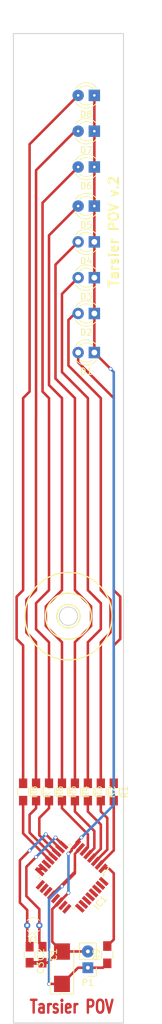
<source format=kicad_pcb>
(kicad_pcb (version 4) (host pcbnew 4.0.4-stable)

  (general
    (links 38)
    (no_connects 0)
    (area 88.804679 39.040999 106.145401 193.750001)
    (thickness 1.6)
    (drawings 13)
    (tracks 197)
    (zones 0)
    (modules 23)
    (nets 22)
  )

  (page A4)
  (layers
    (0 F.Cu signal)
    (31 B.Cu signal)
    (32 B.Adhes user)
    (33 F.Adhes user)
    (34 B.Paste user)
    (35 F.Paste user)
    (36 B.SilkS user)
    (37 F.SilkS user)
    (38 B.Mask user)
    (39 F.Mask user)
    (40 Dwgs.User user)
    (41 Cmts.User user)
    (42 Eco1.User user)
    (43 Eco2.User user)
    (44 Edge.Cuts user)
    (45 Margin user)
    (46 B.CrtYd user)
    (47 F.CrtYd user)
    (48 B.Fab user)
    (49 F.Fab user)
  )

  (setup
    (last_trace_width 0.25)
    (user_trace_width 0.4)
    (user_trace_width 0.6)
    (user_trace_width 0.8)
    (trace_clearance 0.2)
    (zone_clearance 0.508)
    (zone_45_only no)
    (trace_min 0.2)
    (segment_width 0.2)
    (edge_width 0.15)
    (via_size 0.6)
    (via_drill 0.4)
    (via_min_size 0.4)
    (via_min_drill 0.3)
    (user_via 1.4 0.4)
    (uvia_size 0.3)
    (uvia_drill 0.1)
    (uvias_allowed no)
    (uvia_min_size 0.2)
    (uvia_min_drill 0.1)
    (pcb_text_width 0.3)
    (pcb_text_size 1.5 1.5)
    (mod_edge_width 0.15)
    (mod_text_size 1 1)
    (mod_text_width 0.15)
    (pad_size 1.9 1.9)
    (pad_drill 0.6)
    (pad_to_mask_clearance 0.2)
    (aux_axis_origin 0 0)
    (visible_elements 7FFFFFFF)
    (pcbplotparams
      (layerselection 0x00030_80000001)
      (usegerberextensions false)
      (excludeedgelayer true)
      (linewidth 0.100000)
      (plotframeref false)
      (viasonmask false)
      (mode 1)
      (useauxorigin false)
      (hpglpennumber 1)
      (hpglpenspeed 20)
      (hpglpendiameter 15)
      (hpglpenoverlay 2)
      (psnegative false)
      (psa4output false)
      (plotreference true)
      (plotvalue true)
      (plotinvisibletext false)
      (padsonsilk false)
      (subtractmaskfromsilk false)
      (outputformat 1)
      (mirror false)
      (drillshape 1)
      (scaleselection 1)
      (outputdirectory ""))
  )

  (net 0 "")
  (net 1 "Net-(C1-Pad1)")
  (net 2 GND)
  (net 3 "Net-(C2-Pad1)")
  (net 4 VCC)
  (net 5 /D0)
  (net 6 /D1)
  (net 7 /D2)
  (net 8 /D3)
  (net 9 /D4)
  (net 10 /D5)
  (net 11 /D6)
  (net 12 /D7)
  (net 13 "Net-(D5-Pad2)")
  (net 14 "Net-(D6-Pad2)")
  (net 15 "Net-(D7-Pad2)")
  (net 16 "Net-(D8-Pad2)")
  (net 17 "Net-(IC1-Pad1)")
  (net 18 "Net-(D1-Pad2)")
  (net 19 "Net-(D2-Pad2)")
  (net 20 "Net-(D3-Pad2)")
  (net 21 "Net-(D4-Pad2)")

  (net_class Default "This is the default net class."
    (clearance 0.2)
    (trace_width 0.25)
    (via_dia 0.6)
    (via_drill 0.4)
    (uvia_dia 0.3)
    (uvia_drill 0.1)
    (add_net /D0)
    (add_net /D1)
    (add_net /D2)
    (add_net /D3)
    (add_net /D4)
    (add_net /D5)
    (add_net /D6)
    (add_net /D7)
    (add_net GND)
    (add_net "Net-(C1-Pad1)")
    (add_net "Net-(C2-Pad1)")
    (add_net "Net-(D1-Pad2)")
    (add_net "Net-(D2-Pad2)")
    (add_net "Net-(D3-Pad2)")
    (add_net "Net-(D4-Pad2)")
    (add_net "Net-(D5-Pad2)")
    (add_net "Net-(D6-Pad2)")
    (add_net "Net-(D7-Pad2)")
    (add_net "Net-(D8-Pad2)")
    (add_net "Net-(IC1-Pad1)")
    (add_net VCC)
  )

  (module LEDs:LED_D3.0mm (layer F.Cu) (tedit 587A3A7B) (tstamp 5A609E42)
    (at 101.6 66.04 180)
    (descr "LED, diameter 3.0mm, 2 pins")
    (tags "LED diameter 3.0mm 2 pins")
    (path /5A60B694)
    (fp_text reference D5 (at 1.27 -2.96 180) (layer F.SilkS)
      (effects (font (size 1 1) (thickness 0.15)))
    )
    (fp_text value LED (at 1.27 2.96 180) (layer F.Fab)
      (effects (font (size 1 1) (thickness 0.15)))
    )
    (fp_arc (start 1.27 0) (end -0.23 -1.16619) (angle 284.3) (layer F.Fab) (width 0.1))
    (fp_arc (start 1.27 0) (end -0.29 -1.235516) (angle 108.8) (layer F.SilkS) (width 0.12))
    (fp_arc (start 1.27 0) (end -0.29 1.235516) (angle -108.8) (layer F.SilkS) (width 0.12))
    (fp_arc (start 1.27 0) (end 0.229039 -1.08) (angle 87.9) (layer F.SilkS) (width 0.12))
    (fp_arc (start 1.27 0) (end 0.229039 1.08) (angle -87.9) (layer F.SilkS) (width 0.12))
    (fp_circle (center 1.27 0) (end 2.77 0) (layer F.Fab) (width 0.1))
    (fp_line (start -0.23 -1.16619) (end -0.23 1.16619) (layer F.Fab) (width 0.1))
    (fp_line (start -0.29 -1.236) (end -0.29 -1.08) (layer F.SilkS) (width 0.12))
    (fp_line (start -0.29 1.08) (end -0.29 1.236) (layer F.SilkS) (width 0.12))
    (fp_line (start -1.15 -2.25) (end -1.15 2.25) (layer F.CrtYd) (width 0.05))
    (fp_line (start -1.15 2.25) (end 3.7 2.25) (layer F.CrtYd) (width 0.05))
    (fp_line (start 3.7 2.25) (end 3.7 -2.25) (layer F.CrtYd) (width 0.05))
    (fp_line (start 3.7 -2.25) (end -1.15 -2.25) (layer F.CrtYd) (width 0.05))
    (pad 1 thru_hole rect (at 0 0 180) (size 1.8 1.8) (drill 0.4) (layers *.Cu *.Mask)
      (net 2 GND))
    (pad 2 thru_hole circle (at 2.54 0 180) (size 1.8 1.8) (drill 0.4) (layers *.Cu *.Mask)
      (net 13 "Net-(D5-Pad2)"))
    (model ${KISYS3DMOD}/LEDs.3dshapes/LED_D3.0mm.wrl
      (at (xyz 0 0 0))
      (scale (xyz 0.393701 0.393701 0.393701))
      (rotate (xyz 0 0 0))
    )
  )

  (module LEDs:LED_D3.0mm (layer F.Cu) (tedit 587A3A7B) (tstamp 5A609E55)
    (at 101.6 59.944 180)
    (descr "LED, diameter 3.0mm, 2 pins")
    (tags "LED diameter 3.0mm 2 pins")
    (path /5A60BC8B)
    (fp_text reference D6 (at 1.27 -2.96 180) (layer F.SilkS)
      (effects (font (size 1 1) (thickness 0.15)))
    )
    (fp_text value LED (at 1.27 2.96 180) (layer F.Fab)
      (effects (font (size 1 1) (thickness 0.15)))
    )
    (fp_arc (start 1.27 0) (end -0.23 -1.16619) (angle 284.3) (layer F.Fab) (width 0.1))
    (fp_arc (start 1.27 0) (end -0.29 -1.235516) (angle 108.8) (layer F.SilkS) (width 0.12))
    (fp_arc (start 1.27 0) (end -0.29 1.235516) (angle -108.8) (layer F.SilkS) (width 0.12))
    (fp_arc (start 1.27 0) (end 0.229039 -1.08) (angle 87.9) (layer F.SilkS) (width 0.12))
    (fp_arc (start 1.27 0) (end 0.229039 1.08) (angle -87.9) (layer F.SilkS) (width 0.12))
    (fp_circle (center 1.27 0) (end 2.77 0) (layer F.Fab) (width 0.1))
    (fp_line (start -0.23 -1.16619) (end -0.23 1.16619) (layer F.Fab) (width 0.1))
    (fp_line (start -0.29 -1.236) (end -0.29 -1.08) (layer F.SilkS) (width 0.12))
    (fp_line (start -0.29 1.08) (end -0.29 1.236) (layer F.SilkS) (width 0.12))
    (fp_line (start -1.15 -2.25) (end -1.15 2.25) (layer F.CrtYd) (width 0.05))
    (fp_line (start -1.15 2.25) (end 3.7 2.25) (layer F.CrtYd) (width 0.05))
    (fp_line (start 3.7 2.25) (end 3.7 -2.25) (layer F.CrtYd) (width 0.05))
    (fp_line (start 3.7 -2.25) (end -1.15 -2.25) (layer F.CrtYd) (width 0.05))
    (pad 1 thru_hole rect (at 0 0 180) (size 1.8 1.8) (drill 0.4) (layers *.Cu *.Mask)
      (net 2 GND))
    (pad 2 thru_hole circle (at 2.54 0 180) (size 1.8 1.8) (drill 0.4) (layers *.Cu *.Mask)
      (net 14 "Net-(D6-Pad2)"))
    (model ${KISYS3DMOD}/LEDs.3dshapes/LED_D3.0mm.wrl
      (at (xyz 0 0 0))
      (scale (xyz 0.393701 0.393701 0.393701))
      (rotate (xyz 0 0 0))
    )
  )

  (module LEDs:LED_D3.0mm (layer F.Cu) (tedit 587A3A7B) (tstamp 5A609E68)
    (at 101.6 54.356 180)
    (descr "LED, diameter 3.0mm, 2 pins")
    (tags "LED diameter 3.0mm 2 pins")
    (path /5A60BD2B)
    (fp_text reference D7 (at 1.27 -2.96 180) (layer F.SilkS)
      (effects (font (size 1 1) (thickness 0.15)))
    )
    (fp_text value LED (at 1.27 2.96 180) (layer F.Fab)
      (effects (font (size 1 1) (thickness 0.15)))
    )
    (fp_arc (start 1.27 0) (end -0.23 -1.16619) (angle 284.3) (layer F.Fab) (width 0.1))
    (fp_arc (start 1.27 0) (end -0.29 -1.235516) (angle 108.8) (layer F.SilkS) (width 0.12))
    (fp_arc (start 1.27 0) (end -0.29 1.235516) (angle -108.8) (layer F.SilkS) (width 0.12))
    (fp_arc (start 1.27 0) (end 0.229039 -1.08) (angle 87.9) (layer F.SilkS) (width 0.12))
    (fp_arc (start 1.27 0) (end 0.229039 1.08) (angle -87.9) (layer F.SilkS) (width 0.12))
    (fp_circle (center 1.27 0) (end 2.77 0) (layer F.Fab) (width 0.1))
    (fp_line (start -0.23 -1.16619) (end -0.23 1.16619) (layer F.Fab) (width 0.1))
    (fp_line (start -0.29 -1.236) (end -0.29 -1.08) (layer F.SilkS) (width 0.12))
    (fp_line (start -0.29 1.08) (end -0.29 1.236) (layer F.SilkS) (width 0.12))
    (fp_line (start -1.15 -2.25) (end -1.15 2.25) (layer F.CrtYd) (width 0.05))
    (fp_line (start -1.15 2.25) (end 3.7 2.25) (layer F.CrtYd) (width 0.05))
    (fp_line (start 3.7 2.25) (end 3.7 -2.25) (layer F.CrtYd) (width 0.05))
    (fp_line (start 3.7 -2.25) (end -1.15 -2.25) (layer F.CrtYd) (width 0.05))
    (pad 1 thru_hole rect (at 0 0 180) (size 1.8 1.8) (drill 0.4) (layers *.Cu *.Mask)
      (net 2 GND))
    (pad 2 thru_hole circle (at 2.54 0 180) (size 1.8 1.8) (drill 0.4) (layers *.Cu *.Mask)
      (net 15 "Net-(D7-Pad2)"))
    (model ${KISYS3DMOD}/LEDs.3dshapes/LED_D3.0mm.wrl
      (at (xyz 0 0 0))
      (scale (xyz 0.393701 0.393701 0.393701))
      (rotate (xyz 0 0 0))
    )
  )

  (module LEDs:LED_D3.0mm (layer F.Cu) (tedit 5A6193A9) (tstamp 5A609E7B)
    (at 101.6 48.768 180)
    (descr "LED, diameter 3.0mm, 2 pins")
    (tags "LED diameter 3.0mm 2 pins")
    (path /5A60BF4B)
    (fp_text reference D8 (at 1.27 -2.96 180) (layer F.SilkS)
      (effects (font (size 1 1) (thickness 0.15)))
    )
    (fp_text value LED (at 1.27 2.96 180) (layer F.Fab)
      (effects (font (size 1 1) (thickness 0.15)))
    )
    (fp_arc (start 1.27 0) (end -0.23 -1.16619) (angle 284.3) (layer F.Fab) (width 0.1))
    (fp_arc (start 1.27 0) (end -0.29 -1.235516) (angle 108.8) (layer F.SilkS) (width 0.12))
    (fp_arc (start 1.27 0) (end -0.29 1.235516) (angle -108.8) (layer F.SilkS) (width 0.12))
    (fp_arc (start 1.27 0) (end 0.229039 -1.08) (angle 87.9) (layer F.SilkS) (width 0.12))
    (fp_arc (start 1.27 0) (end 0.229039 1.08) (angle -87.9) (layer F.SilkS) (width 0.12))
    (fp_circle (center 1.27 0) (end 2.77 0) (layer F.Fab) (width 0.1))
    (fp_line (start -0.23 -1.16619) (end -0.23 1.16619) (layer F.Fab) (width 0.1))
    (fp_line (start -0.29 -1.236) (end -0.29 -1.08) (layer F.SilkS) (width 0.12))
    (fp_line (start -0.29 1.08) (end -0.29 1.236) (layer F.SilkS) (width 0.12))
    (fp_line (start -1.15 -2.25) (end -1.15 2.25) (layer F.CrtYd) (width 0.05))
    (fp_line (start -1.15 2.25) (end 3.7 2.25) (layer F.CrtYd) (width 0.05))
    (fp_line (start 3.7 2.25) (end 3.7 -2.25) (layer F.CrtYd) (width 0.05))
    (fp_line (start 3.7 -2.25) (end -1.15 -2.25) (layer F.CrtYd) (width 0.05))
    (pad 1 thru_hole rect (at 0 0 180) (size 1.8 1.8) (drill 0.4) (layers *.Cu *.Mask)
      (net 2 GND))
    (pad 2 thru_hole circle (at 2.54 0 180) (size 1.8 1.8) (drill 0.4) (layers *.Cu *.Mask)
      (net 16 "Net-(D8-Pad2)"))
    (model ${KISYS3DMOD}/LEDs.3dshapes/LED_D3.0mm.wrl
      (at (xyz 0 0 0))
      (scale (xyz 0.393701 0.393701 0.393701))
      (rotate (xyz 0 0 0))
    )
  )

  (module Pin_Headers:Pin_Header_Straight_1x02_Pitch2.54mm (layer F.Cu) (tedit 5A6198AE) (tstamp 5A619990)
    (at 100.584 184.912 180)
    (descr "Through hole straight pin header, 1x02, 2.54mm pitch, single row")
    (tags "Through hole pin header THT 1x02 2.54mm single row")
    (path /5A619799)
    (fp_text reference P1 (at 0 -2.33 180) (layer F.SilkS)
      (effects (font (size 1 1) (thickness 0.15)))
    )
    (fp_text value CONN_01X02 (at 0 4.87 180) (layer F.Fab)
      (effects (font (size 1 1) (thickness 0.15)))
    )
    (fp_line (start -0.635 -1.27) (end 1.27 -1.27) (layer F.Fab) (width 0.1))
    (fp_line (start 1.27 -1.27) (end 1.27 3.81) (layer F.Fab) (width 0.1))
    (fp_line (start 1.27 3.81) (end -1.27 3.81) (layer F.Fab) (width 0.1))
    (fp_line (start -1.27 3.81) (end -1.27 -0.635) (layer F.Fab) (width 0.1))
    (fp_line (start -1.27 -0.635) (end -0.635 -1.27) (layer F.Fab) (width 0.1))
    (fp_line (start -1.33 3.87) (end 1.33 3.87) (layer F.SilkS) (width 0.12))
    (fp_line (start -1.33 1.27) (end -1.33 3.87) (layer F.SilkS) (width 0.12))
    (fp_line (start 1.33 1.27) (end 1.33 3.87) (layer F.SilkS) (width 0.12))
    (fp_line (start -1.33 1.27) (end 1.33 1.27) (layer F.SilkS) (width 0.12))
    (fp_line (start -1.33 0) (end -1.33 -1.33) (layer F.SilkS) (width 0.12))
    (fp_line (start -1.33 -1.33) (end 0 -1.33) (layer F.SilkS) (width 0.12))
    (fp_line (start -1.8 -1.8) (end -1.8 4.35) (layer F.CrtYd) (width 0.05))
    (fp_line (start -1.8 4.35) (end 1.8 4.35) (layer F.CrtYd) (width 0.05))
    (fp_line (start 1.8 4.35) (end 1.8 -1.8) (layer F.CrtYd) (width 0.05))
    (fp_line (start 1.8 -1.8) (end -1.8 -1.8) (layer F.CrtYd) (width 0.05))
    (fp_text user %R (at 0 1.27 270) (layer F.Fab)
      (effects (font (size 1 1) (thickness 0.15)))
    )
    (pad 1 thru_hole rect (at 0 0 180) (size 1.7 1.7) (drill 0.6) (layers *.Cu *.Mask)
      (net 4 VCC))
    (pad 2 thru_hole oval (at 0 2.54 180) (size 1.9 1.9) (drill 0.6) (layers *.Cu *.Mask)
      (net 2 GND))
    (model ${KISYS3DMOD}/Pin_Headers.3dshapes/Pin_Header_Straight_1x02_Pitch2.54mm.wrl
      (at (xyz 0 0 0))
      (scale (xyz 1 1 1))
      (rotate (xyz 0 0 0))
    )
  )

  (module Housings_QFP:TQFP-32_7x7mm_Pitch0.8mm (layer F.Cu) (tedit 58CC9A48) (tstamp 5A583432)
    (at 98.044 170.688 228)
    (descr "32-Lead Plastic Thin Quad Flatpack (PT) - 7x7x1.0 mm Body, 2.00 mm [TQFP] (see Microchip Packaging Specification 00000049BS.pdf)")
    (tags "QFP 0.8")
    (path /5A5A00C6)
    (attr smd)
    (fp_text reference IC1 (at 0 -6.05 228) (layer F.SilkS)
      (effects (font (size 1 1) (thickness 0.15)))
    )
    (fp_text value ATMEGA8-P (at 0 6.05 228) (layer F.Fab)
      (effects (font (size 1 1) (thickness 0.15)))
    )
    (fp_text user %R (at 0 0 228) (layer F.Fab)
      (effects (font (size 1 1) (thickness 0.15)))
    )
    (fp_line (start -2.5 -3.5) (end 3.5 -3.5) (layer F.Fab) (width 0.15))
    (fp_line (start 3.5 -3.5) (end 3.5 3.5) (layer F.Fab) (width 0.15))
    (fp_line (start 3.5 3.5) (end -3.5 3.5) (layer F.Fab) (width 0.15))
    (fp_line (start -3.5 3.5) (end -3.5 -2.5) (layer F.Fab) (width 0.15))
    (fp_line (start -3.5 -2.5) (end -2.5 -3.5) (layer F.Fab) (width 0.15))
    (fp_line (start -5.3 -5.3) (end -5.3 5.3) (layer F.CrtYd) (width 0.05))
    (fp_line (start 5.3 -5.3) (end 5.3 5.3) (layer F.CrtYd) (width 0.05))
    (fp_line (start -5.3 -5.3) (end 5.3 -5.3) (layer F.CrtYd) (width 0.05))
    (fp_line (start -5.3 5.3) (end 5.3 5.3) (layer F.CrtYd) (width 0.05))
    (fp_line (start -3.625 -3.625) (end -3.625 -3.4) (layer F.SilkS) (width 0.15))
    (fp_line (start 3.625 -3.625) (end 3.625 -3.3) (layer F.SilkS) (width 0.15))
    (fp_line (start 3.625 3.625) (end 3.625 3.3) (layer F.SilkS) (width 0.15))
    (fp_line (start -3.625 3.625) (end -3.625 3.3) (layer F.SilkS) (width 0.15))
    (fp_line (start -3.625 -3.625) (end -3.3 -3.625) (layer F.SilkS) (width 0.15))
    (fp_line (start -3.625 3.625) (end -3.3 3.625) (layer F.SilkS) (width 0.15))
    (fp_line (start 3.625 3.625) (end 3.3 3.625) (layer F.SilkS) (width 0.15))
    (fp_line (start 3.625 -3.625) (end 3.3 -3.625) (layer F.SilkS) (width 0.15))
    (fp_line (start -3.625 -3.4) (end -5.05 -3.4) (layer F.SilkS) (width 0.15))
    (pad 1 smd rect (at -4.25 -2.8 228) (size 1.6 0.55) (layers F.Cu F.Paste F.Mask)
      (net 17 "Net-(IC1-Pad1)"))
    (pad 2 smd rect (at -4.25 -2 228) (size 1.6 0.55) (layers F.Cu F.Paste F.Mask)
      (net 5 /D0))
    (pad 3 smd rect (at -4.25 -1.2 228) (size 1.6 0.55) (layers F.Cu F.Paste F.Mask)
      (net 6 /D1))
    (pad 4 smd rect (at -4.25 -0.4 228) (size 1.6 0.55) (layers F.Cu F.Paste F.Mask)
      (net 7 /D2))
    (pad 5 smd rect (at -4.25 0.4 228) (size 1.6 0.55) (layers F.Cu F.Paste F.Mask)
      (net 8 /D3))
    (pad 6 smd rect (at -4.25 1.2 228) (size 1.6 0.55) (layers F.Cu F.Paste F.Mask)
      (net 9 /D4))
    (pad 7 smd rect (at -4.25 2 228) (size 1.6 0.55) (layers F.Cu F.Paste F.Mask)
      (net 4 VCC))
    (pad 8 smd rect (at -4.25 2.8 228) (size 1.6 0.55) (layers F.Cu F.Paste F.Mask)
      (net 2 GND))
    (pad 9 smd rect (at -2.8 4.25 318) (size 1.6 0.55) (layers F.Cu F.Paste F.Mask)
      (net 1 "Net-(C1-Pad1)"))
    (pad 10 smd rect (at -2 4.25 318) (size 1.6 0.55) (layers F.Cu F.Paste F.Mask)
      (net 3 "Net-(C2-Pad1)"))
    (pad 11 smd rect (at -1.2 4.25 318) (size 1.6 0.55) (layers F.Cu F.Paste F.Mask)
      (net 10 /D5))
    (pad 12 smd rect (at -0.4 4.25 318) (size 1.6 0.55) (layers F.Cu F.Paste F.Mask)
      (net 11 /D6))
    (pad 13 smd rect (at 0.4 4.25 318) (size 1.6 0.55) (layers F.Cu F.Paste F.Mask)
      (net 12 /D7))
    (pad 14 smd rect (at 1.2 4.25 318) (size 1.6 0.55) (layers F.Cu F.Paste F.Mask))
    (pad 15 smd rect (at 2 4.25 318) (size 1.6 0.55) (layers F.Cu F.Paste F.Mask))
    (pad 16 smd rect (at 2.8 4.25 318) (size 1.6 0.55) (layers F.Cu F.Paste F.Mask))
    (pad 17 smd rect (at 4.25 2.8 228) (size 1.6 0.55) (layers F.Cu F.Paste F.Mask))
    (pad 18 smd rect (at 4.25 2 228) (size 1.6 0.55) (layers F.Cu F.Paste F.Mask))
    (pad 19 smd rect (at 4.25 1.2 228) (size 1.6 0.55) (layers F.Cu F.Paste F.Mask))
    (pad 20 smd rect (at 4.25 0.4 228) (size 1.6 0.55) (layers F.Cu F.Paste F.Mask)
      (net 4 VCC))
    (pad 21 smd rect (at 4.25 -0.4 228) (size 1.6 0.55) (layers F.Cu F.Paste F.Mask))
    (pad 22 smd rect (at 4.25 -1.2 228) (size 1.6 0.55) (layers F.Cu F.Paste F.Mask)
      (net 2 GND))
    (pad 23 smd rect (at 4.25 -2 228) (size 1.6 0.55) (layers F.Cu F.Paste F.Mask))
    (pad 24 smd rect (at 4.25 -2.8 228) (size 1.6 0.55) (layers F.Cu F.Paste F.Mask))
    (pad 25 smd rect (at 2.8 -4.25 318) (size 1.6 0.55) (layers F.Cu F.Paste F.Mask))
    (pad 26 smd rect (at 2 -4.25 318) (size 1.6 0.55) (layers F.Cu F.Paste F.Mask))
    (pad 27 smd rect (at 1.2 -4.25 318) (size 1.6 0.55) (layers F.Cu F.Paste F.Mask))
    (pad 28 smd rect (at 0.4 -4.25 318) (size 1.6 0.55) (layers F.Cu F.Paste F.Mask))
    (pad 29 smd rect (at -0.4 -4.25 318) (size 1.6 0.55) (layers F.Cu F.Paste F.Mask))
    (pad 30 smd rect (at -1.2 -4.25 318) (size 1.6 0.55) (layers F.Cu F.Paste F.Mask))
    (pad 31 smd rect (at -2 -4.25 318) (size 1.6 0.55) (layers F.Cu F.Paste F.Mask))
    (pad 32 smd rect (at -2.8 -4.25 318) (size 1.6 0.55) (layers F.Cu F.Paste F.Mask))
    (model ${KISYS3DMOD}/Housings_QFP.3dshapes/TQFP-32_7x7mm_Pitch0.8mm.wrl
      (at (xyz 0 0 0))
      (scale (xyz 1 1 1))
      (rotate (xyz 0 0 0))
    )
  )

  (module Capacitors_SMD:C_0805_HandSoldering (layer F.Cu) (tedit 58AA84A8) (tstamp 5AB4E931)
    (at 93.472 182.88 270)
    (descr "Capacitor SMD 0805, hand soldering")
    (tags "capacitor 0805")
    (path /5A583254)
    (attr smd)
    (fp_text reference C1 (at 0 -1.75 270) (layer F.SilkS)
      (effects (font (size 1 1) (thickness 0.15)))
    )
    (fp_text value 22pF (at 0 1.75 270) (layer F.Fab)
      (effects (font (size 1 1) (thickness 0.15)))
    )
    (fp_text user %R (at 0 -1.75 270) (layer F.Fab)
      (effects (font (size 1 1) (thickness 0.15)))
    )
    (fp_line (start -1 0.62) (end -1 -0.62) (layer F.Fab) (width 0.1))
    (fp_line (start 1 0.62) (end -1 0.62) (layer F.Fab) (width 0.1))
    (fp_line (start 1 -0.62) (end 1 0.62) (layer F.Fab) (width 0.1))
    (fp_line (start -1 -0.62) (end 1 -0.62) (layer F.Fab) (width 0.1))
    (fp_line (start 0.5 -0.85) (end -0.5 -0.85) (layer F.SilkS) (width 0.12))
    (fp_line (start -0.5 0.85) (end 0.5 0.85) (layer F.SilkS) (width 0.12))
    (fp_line (start -2.25 -0.88) (end 2.25 -0.88) (layer F.CrtYd) (width 0.05))
    (fp_line (start -2.25 -0.88) (end -2.25 0.87) (layer F.CrtYd) (width 0.05))
    (fp_line (start 2.25 0.87) (end 2.25 -0.88) (layer F.CrtYd) (width 0.05))
    (fp_line (start 2.25 0.87) (end -2.25 0.87) (layer F.CrtYd) (width 0.05))
    (pad 1 smd rect (at -1.25 0 270) (size 1.5 1.25) (layers F.Cu F.Paste F.Mask)
      (net 1 "Net-(C1-Pad1)"))
    (pad 2 smd rect (at 1.25 0 270) (size 1.5 1.25) (layers F.Cu F.Paste F.Mask)
      (net 2 GND))
    (model Capacitors_SMD.3dshapes/C_0805.wrl
      (at (xyz 0 0 0))
      (scale (xyz 1 1 1))
      (rotate (xyz 0 0 0))
    )
  )

  (module Capacitors_SMD:C_0805_HandSoldering (layer F.Cu) (tedit 58AA84A8) (tstamp 5AB4E941)
    (at 91.44 182.88 270)
    (descr "Capacitor SMD 0805, hand soldering")
    (tags "capacitor 0805")
    (path /5A583291)
    (attr smd)
    (fp_text reference C2 (at 0 -1.75 270) (layer F.SilkS)
      (effects (font (size 1 1) (thickness 0.15)))
    )
    (fp_text value 22pF (at 0 1.75 270) (layer F.Fab)
      (effects (font (size 1 1) (thickness 0.15)))
    )
    (fp_text user %R (at 0 -1.75 270) (layer F.Fab)
      (effects (font (size 1 1) (thickness 0.15)))
    )
    (fp_line (start -1 0.62) (end -1 -0.62) (layer F.Fab) (width 0.1))
    (fp_line (start 1 0.62) (end -1 0.62) (layer F.Fab) (width 0.1))
    (fp_line (start 1 -0.62) (end 1 0.62) (layer F.Fab) (width 0.1))
    (fp_line (start -1 -0.62) (end 1 -0.62) (layer F.Fab) (width 0.1))
    (fp_line (start 0.5 -0.85) (end -0.5 -0.85) (layer F.SilkS) (width 0.12))
    (fp_line (start -0.5 0.85) (end 0.5 0.85) (layer F.SilkS) (width 0.12))
    (fp_line (start -2.25 -0.88) (end 2.25 -0.88) (layer F.CrtYd) (width 0.05))
    (fp_line (start -2.25 -0.88) (end -2.25 0.87) (layer F.CrtYd) (width 0.05))
    (fp_line (start 2.25 0.87) (end 2.25 -0.88) (layer F.CrtYd) (width 0.05))
    (fp_line (start 2.25 0.87) (end -2.25 0.87) (layer F.CrtYd) (width 0.05))
    (pad 1 smd rect (at -1.25 0 270) (size 1.5 1.25) (layers F.Cu F.Paste F.Mask)
      (net 3 "Net-(C2-Pad1)"))
    (pad 2 smd rect (at 1.25 0 270) (size 1.5 1.25) (layers F.Cu F.Paste F.Mask)
      (net 2 GND))
    (model Capacitors_SMD.3dshapes/C_0805.wrl
      (at (xyz 0 0 0))
      (scale (xyz 1 1 1))
      (rotate (xyz 0 0 0))
    )
  )

  (module Capacitors_Tantalum_SMD:CP_Tantalum_Case-C_EIA-6032-28_Reflow (layer F.Cu) (tedit 58CC8C08) (tstamp 5AB4E951)
    (at 96.52 184.912 90)
    (descr "Tantalum capacitor, Case C, EIA 6032-28, 6.0x3.2x2.5mm, Reflow soldering footprint")
    (tags "capacitor tantalum smd")
    (path /5A583BD3)
    (attr smd)
    (fp_text reference C3 (at 0 -3.35 90) (layer F.SilkS)
      (effects (font (size 1 1) (thickness 0.15)))
    )
    (fp_text value 4.7uF (at 0 3.35 90) (layer F.Fab)
      (effects (font (size 1 1) (thickness 0.15)))
    )
    (fp_text user %R (at 0 0 90) (layer F.Fab)
      (effects (font (size 1 1) (thickness 0.15)))
    )
    (fp_line (start -4.2 -2) (end -4.2 2) (layer F.CrtYd) (width 0.05))
    (fp_line (start -4.2 2) (end 4.2 2) (layer F.CrtYd) (width 0.05))
    (fp_line (start 4.2 2) (end 4.2 -2) (layer F.CrtYd) (width 0.05))
    (fp_line (start 4.2 -2) (end -4.2 -2) (layer F.CrtYd) (width 0.05))
    (fp_line (start -3 -1.6) (end -3 1.6) (layer F.Fab) (width 0.1))
    (fp_line (start -3 1.6) (end 3 1.6) (layer F.Fab) (width 0.1))
    (fp_line (start 3 1.6) (end 3 -1.6) (layer F.Fab) (width 0.1))
    (fp_line (start 3 -1.6) (end -3 -1.6) (layer F.Fab) (width 0.1))
    (fp_line (start -2.4 -1.6) (end -2.4 1.6) (layer F.Fab) (width 0.1))
    (fp_line (start -2.1 -1.6) (end -2.1 1.6) (layer F.Fab) (width 0.1))
    (fp_line (start -4.1 -1.85) (end 3 -1.85) (layer F.SilkS) (width 0.12))
    (fp_line (start -4.1 1.85) (end 3 1.85) (layer F.SilkS) (width 0.12))
    (fp_line (start -4.1 -1.85) (end -4.1 1.85) (layer F.SilkS) (width 0.12))
    (pad 1 smd rect (at -2.525 0 90) (size 2.55 2.5) (layers F.Cu F.Paste F.Mask)
      (net 4 VCC))
    (pad 2 smd rect (at 2.525 0 90) (size 2.55 2.5) (layers F.Cu F.Paste F.Mask)
      (net 2 GND))
    (model Capacitors_Tantalum_SMD.3dshapes/CP_Tantalum_Case-C_EIA-6032-28.wrl
      (at (xyz 0 0 0))
      (scale (xyz 1 1 1))
      (rotate (xyz 0 0 0))
    )
  )

  (module Resistors_SMD:R_0805_HandSoldering (layer F.Cu) (tedit 58E0A804) (tstamp 5AB4E974)
    (at 104.648 157.48 270)
    (descr "Resistor SMD 0805, hand soldering")
    (tags "resistor 0805")
    (path /5A60ADE5)
    (attr smd)
    (fp_text reference R1 (at 0 -1.7 270) (layer F.SilkS)
      (effects (font (size 1 1) (thickness 0.15)))
    )
    (fp_text value 1K (at 0 1.75 270) (layer F.Fab)
      (effects (font (size 1 1) (thickness 0.15)))
    )
    (fp_text user %R (at 0 0 270) (layer F.Fab)
      (effects (font (size 0.5 0.5) (thickness 0.075)))
    )
    (fp_line (start -1 0.62) (end -1 -0.62) (layer F.Fab) (width 0.1))
    (fp_line (start 1 0.62) (end -1 0.62) (layer F.Fab) (width 0.1))
    (fp_line (start 1 -0.62) (end 1 0.62) (layer F.Fab) (width 0.1))
    (fp_line (start -1 -0.62) (end 1 -0.62) (layer F.Fab) (width 0.1))
    (fp_line (start 0.6 0.88) (end -0.6 0.88) (layer F.SilkS) (width 0.12))
    (fp_line (start -0.6 -0.88) (end 0.6 -0.88) (layer F.SilkS) (width 0.12))
    (fp_line (start -2.35 -0.9) (end 2.35 -0.9) (layer F.CrtYd) (width 0.05))
    (fp_line (start -2.35 -0.9) (end -2.35 0.9) (layer F.CrtYd) (width 0.05))
    (fp_line (start 2.35 0.9) (end 2.35 -0.9) (layer F.CrtYd) (width 0.05))
    (fp_line (start 2.35 0.9) (end -2.35 0.9) (layer F.CrtYd) (width 0.05))
    (pad 1 smd rect (at -1.35 0 270) (size 1.5 1.3) (layers F.Cu F.Paste F.Mask)
      (net 18 "Net-(D1-Pad2)"))
    (pad 2 smd rect (at 1.35 0 270) (size 1.5 1.3) (layers F.Cu F.Paste F.Mask)
      (net 5 /D0))
    (model ${KISYS3DMOD}/Resistors_SMD.3dshapes/R_0805.wrl
      (at (xyz 0 0 0))
      (scale (xyz 1 1 1))
      (rotate (xyz 0 0 0))
    )
  )

  (module Resistors_SMD:R_0805_HandSoldering (layer F.Cu) (tedit 58E0A804) (tstamp 5AB4E985)
    (at 102.616 157.48 270)
    (descr "Resistor SMD 0805, hand soldering")
    (tags "resistor 0805")
    (path /5A60B313)
    (attr smd)
    (fp_text reference R2 (at 0 -1.7 270) (layer F.SilkS)
      (effects (font (size 1 1) (thickness 0.15)))
    )
    (fp_text value 1K (at 0 1.75 270) (layer F.Fab)
      (effects (font (size 1 1) (thickness 0.15)))
    )
    (fp_text user %R (at 0 0 270) (layer F.Fab)
      (effects (font (size 0.5 0.5) (thickness 0.075)))
    )
    (fp_line (start -1 0.62) (end -1 -0.62) (layer F.Fab) (width 0.1))
    (fp_line (start 1 0.62) (end -1 0.62) (layer F.Fab) (width 0.1))
    (fp_line (start 1 -0.62) (end 1 0.62) (layer F.Fab) (width 0.1))
    (fp_line (start -1 -0.62) (end 1 -0.62) (layer F.Fab) (width 0.1))
    (fp_line (start 0.6 0.88) (end -0.6 0.88) (layer F.SilkS) (width 0.12))
    (fp_line (start -0.6 -0.88) (end 0.6 -0.88) (layer F.SilkS) (width 0.12))
    (fp_line (start -2.35 -0.9) (end 2.35 -0.9) (layer F.CrtYd) (width 0.05))
    (fp_line (start -2.35 -0.9) (end -2.35 0.9) (layer F.CrtYd) (width 0.05))
    (fp_line (start 2.35 0.9) (end 2.35 -0.9) (layer F.CrtYd) (width 0.05))
    (fp_line (start 2.35 0.9) (end -2.35 0.9) (layer F.CrtYd) (width 0.05))
    (pad 1 smd rect (at -1.35 0 270) (size 1.5 1.3) (layers F.Cu F.Paste F.Mask)
      (net 19 "Net-(D2-Pad2)"))
    (pad 2 smd rect (at 1.35 0 270) (size 1.5 1.3) (layers F.Cu F.Paste F.Mask)
      (net 6 /D1))
    (model ${KISYS3DMOD}/Resistors_SMD.3dshapes/R_0805.wrl
      (at (xyz 0 0 0))
      (scale (xyz 1 1 1))
      (rotate (xyz 0 0 0))
    )
  )

  (module Resistors_SMD:R_0805_HandSoldering (layer F.Cu) (tedit 58E0A804) (tstamp 5AB4E996)
    (at 100.584 157.48 270)
    (descr "Resistor SMD 0805, hand soldering")
    (tags "resistor 0805")
    (path /5A60B51B)
    (attr smd)
    (fp_text reference R3 (at 0 -1.7 270) (layer F.SilkS)
      (effects (font (size 1 1) (thickness 0.15)))
    )
    (fp_text value 1K (at 0 1.75 270) (layer F.Fab)
      (effects (font (size 1 1) (thickness 0.15)))
    )
    (fp_text user %R (at 0 0 270) (layer F.Fab)
      (effects (font (size 0.5 0.5) (thickness 0.075)))
    )
    (fp_line (start -1 0.62) (end -1 -0.62) (layer F.Fab) (width 0.1))
    (fp_line (start 1 0.62) (end -1 0.62) (layer F.Fab) (width 0.1))
    (fp_line (start 1 -0.62) (end 1 0.62) (layer F.Fab) (width 0.1))
    (fp_line (start -1 -0.62) (end 1 -0.62) (layer F.Fab) (width 0.1))
    (fp_line (start 0.6 0.88) (end -0.6 0.88) (layer F.SilkS) (width 0.12))
    (fp_line (start -0.6 -0.88) (end 0.6 -0.88) (layer F.SilkS) (width 0.12))
    (fp_line (start -2.35 -0.9) (end 2.35 -0.9) (layer F.CrtYd) (width 0.05))
    (fp_line (start -2.35 -0.9) (end -2.35 0.9) (layer F.CrtYd) (width 0.05))
    (fp_line (start 2.35 0.9) (end 2.35 -0.9) (layer F.CrtYd) (width 0.05))
    (fp_line (start 2.35 0.9) (end -2.35 0.9) (layer F.CrtYd) (width 0.05))
    (pad 1 smd rect (at -1.35 0 270) (size 1.5 1.3) (layers F.Cu F.Paste F.Mask)
      (net 20 "Net-(D3-Pad2)"))
    (pad 2 smd rect (at 1.35 0 270) (size 1.5 1.3) (layers F.Cu F.Paste F.Mask)
      (net 7 /D2))
    (model ${KISYS3DMOD}/Resistors_SMD.3dshapes/R_0805.wrl
      (at (xyz 0 0 0))
      (scale (xyz 1 1 1))
      (rotate (xyz 0 0 0))
    )
  )

  (module Resistors_SMD:R_0805_HandSoldering (layer F.Cu) (tedit 58E0A804) (tstamp 5AB4E9A7)
    (at 98.552 157.48 270)
    (descr "Resistor SMD 0805, hand soldering")
    (tags "resistor 0805")
    (path /5A60B636)
    (attr smd)
    (fp_text reference R4 (at 0 -1.7 270) (layer F.SilkS)
      (effects (font (size 1 1) (thickness 0.15)))
    )
    (fp_text value 1K (at 0 1.75 270) (layer F.Fab)
      (effects (font (size 1 1) (thickness 0.15)))
    )
    (fp_text user %R (at 0 0 270) (layer F.Fab)
      (effects (font (size 0.5 0.5) (thickness 0.075)))
    )
    (fp_line (start -1 0.62) (end -1 -0.62) (layer F.Fab) (width 0.1))
    (fp_line (start 1 0.62) (end -1 0.62) (layer F.Fab) (width 0.1))
    (fp_line (start 1 -0.62) (end 1 0.62) (layer F.Fab) (width 0.1))
    (fp_line (start -1 -0.62) (end 1 -0.62) (layer F.Fab) (width 0.1))
    (fp_line (start 0.6 0.88) (end -0.6 0.88) (layer F.SilkS) (width 0.12))
    (fp_line (start -0.6 -0.88) (end 0.6 -0.88) (layer F.SilkS) (width 0.12))
    (fp_line (start -2.35 -0.9) (end 2.35 -0.9) (layer F.CrtYd) (width 0.05))
    (fp_line (start -2.35 -0.9) (end -2.35 0.9) (layer F.CrtYd) (width 0.05))
    (fp_line (start 2.35 0.9) (end 2.35 -0.9) (layer F.CrtYd) (width 0.05))
    (fp_line (start 2.35 0.9) (end -2.35 0.9) (layer F.CrtYd) (width 0.05))
    (pad 1 smd rect (at -1.35 0 270) (size 1.5 1.3) (layers F.Cu F.Paste F.Mask)
      (net 21 "Net-(D4-Pad2)"))
    (pad 2 smd rect (at 1.35 0 270) (size 1.5 1.3) (layers F.Cu F.Paste F.Mask)
      (net 8 /D3))
    (model ${KISYS3DMOD}/Resistors_SMD.3dshapes/R_0805.wrl
      (at (xyz 0 0 0))
      (scale (xyz 1 1 1))
      (rotate (xyz 0 0 0))
    )
  )

  (module Resistors_SMD:R_0805_HandSoldering (layer F.Cu) (tedit 58E0A804) (tstamp 5AB4E9A8)
    (at 96.52 157.48 270)
    (descr "Resistor SMD 0805, hand soldering")
    (tags "resistor 0805")
    (path /5A60B69A)
    (attr smd)
    (fp_text reference R5 (at 0 -1.7 270) (layer F.SilkS)
      (effects (font (size 1 1) (thickness 0.15)))
    )
    (fp_text value 1K (at 0 1.75 270) (layer F.Fab)
      (effects (font (size 1 1) (thickness 0.15)))
    )
    (fp_text user %R (at 0 0 270) (layer F.Fab)
      (effects (font (size 0.5 0.5) (thickness 0.075)))
    )
    (fp_line (start -1 0.62) (end -1 -0.62) (layer F.Fab) (width 0.1))
    (fp_line (start 1 0.62) (end -1 0.62) (layer F.Fab) (width 0.1))
    (fp_line (start 1 -0.62) (end 1 0.62) (layer F.Fab) (width 0.1))
    (fp_line (start -1 -0.62) (end 1 -0.62) (layer F.Fab) (width 0.1))
    (fp_line (start 0.6 0.88) (end -0.6 0.88) (layer F.SilkS) (width 0.12))
    (fp_line (start -0.6 -0.88) (end 0.6 -0.88) (layer F.SilkS) (width 0.12))
    (fp_line (start -2.35 -0.9) (end 2.35 -0.9) (layer F.CrtYd) (width 0.05))
    (fp_line (start -2.35 -0.9) (end -2.35 0.9) (layer F.CrtYd) (width 0.05))
    (fp_line (start 2.35 0.9) (end 2.35 -0.9) (layer F.CrtYd) (width 0.05))
    (fp_line (start 2.35 0.9) (end -2.35 0.9) (layer F.CrtYd) (width 0.05))
    (pad 1 smd rect (at -1.35 0 270) (size 1.5 1.3) (layers F.Cu F.Paste F.Mask)
      (net 13 "Net-(D5-Pad2)"))
    (pad 2 smd rect (at 1.35 0 270) (size 1.5 1.3) (layers F.Cu F.Paste F.Mask)
      (net 9 /D4))
    (model ${KISYS3DMOD}/Resistors_SMD.3dshapes/R_0805.wrl
      (at (xyz 0 0 0))
      (scale (xyz 1 1 1))
      (rotate (xyz 0 0 0))
    )
  )

  (module Resistors_SMD:R_0805_HandSoldering (layer F.Cu) (tedit 58E0A804) (tstamp 5AB4E9C8)
    (at 94.488 157.48 270)
    (descr "Resistor SMD 0805, hand soldering")
    (tags "resistor 0805")
    (path /5A60BC91)
    (attr smd)
    (fp_text reference R6 (at 0 -1.7 270) (layer F.SilkS)
      (effects (font (size 1 1) (thickness 0.15)))
    )
    (fp_text value 1K (at 0 1.75 270) (layer F.Fab)
      (effects (font (size 1 1) (thickness 0.15)))
    )
    (fp_text user %R (at 0 0 270) (layer F.Fab)
      (effects (font (size 0.5 0.5) (thickness 0.075)))
    )
    (fp_line (start -1 0.62) (end -1 -0.62) (layer F.Fab) (width 0.1))
    (fp_line (start 1 0.62) (end -1 0.62) (layer F.Fab) (width 0.1))
    (fp_line (start 1 -0.62) (end 1 0.62) (layer F.Fab) (width 0.1))
    (fp_line (start -1 -0.62) (end 1 -0.62) (layer F.Fab) (width 0.1))
    (fp_line (start 0.6 0.88) (end -0.6 0.88) (layer F.SilkS) (width 0.12))
    (fp_line (start -0.6 -0.88) (end 0.6 -0.88) (layer F.SilkS) (width 0.12))
    (fp_line (start -2.35 -0.9) (end 2.35 -0.9) (layer F.CrtYd) (width 0.05))
    (fp_line (start -2.35 -0.9) (end -2.35 0.9) (layer F.CrtYd) (width 0.05))
    (fp_line (start 2.35 0.9) (end 2.35 -0.9) (layer F.CrtYd) (width 0.05))
    (fp_line (start 2.35 0.9) (end -2.35 0.9) (layer F.CrtYd) (width 0.05))
    (pad 1 smd rect (at -1.35 0 270) (size 1.5 1.3) (layers F.Cu F.Paste F.Mask)
      (net 14 "Net-(D6-Pad2)"))
    (pad 2 smd rect (at 1.35 0 270) (size 1.5 1.3) (layers F.Cu F.Paste F.Mask)
      (net 10 /D5))
    (model ${KISYS3DMOD}/Resistors_SMD.3dshapes/R_0805.wrl
      (at (xyz 0 0 0))
      (scale (xyz 1 1 1))
      (rotate (xyz 0 0 0))
    )
  )

  (module Resistors_SMD:R_0805_HandSoldering (layer F.Cu) (tedit 58E0A804) (tstamp 5AB4E9D9)
    (at 92.456 157.48 270)
    (descr "Resistor SMD 0805, hand soldering")
    (tags "resistor 0805")
    (path /5A60BD31)
    (attr smd)
    (fp_text reference R7 (at 0 -1.7 270) (layer F.SilkS)
      (effects (font (size 1 1) (thickness 0.15)))
    )
    (fp_text value 1K (at 0 1.75 270) (layer F.Fab)
      (effects (font (size 1 1) (thickness 0.15)))
    )
    (fp_text user %R (at 0 0 270) (layer F.Fab)
      (effects (font (size 0.5 0.5) (thickness 0.075)))
    )
    (fp_line (start -1 0.62) (end -1 -0.62) (layer F.Fab) (width 0.1))
    (fp_line (start 1 0.62) (end -1 0.62) (layer F.Fab) (width 0.1))
    (fp_line (start 1 -0.62) (end 1 0.62) (layer F.Fab) (width 0.1))
    (fp_line (start -1 -0.62) (end 1 -0.62) (layer F.Fab) (width 0.1))
    (fp_line (start 0.6 0.88) (end -0.6 0.88) (layer F.SilkS) (width 0.12))
    (fp_line (start -0.6 -0.88) (end 0.6 -0.88) (layer F.SilkS) (width 0.12))
    (fp_line (start -2.35 -0.9) (end 2.35 -0.9) (layer F.CrtYd) (width 0.05))
    (fp_line (start -2.35 -0.9) (end -2.35 0.9) (layer F.CrtYd) (width 0.05))
    (fp_line (start 2.35 0.9) (end 2.35 -0.9) (layer F.CrtYd) (width 0.05))
    (fp_line (start 2.35 0.9) (end -2.35 0.9) (layer F.CrtYd) (width 0.05))
    (pad 1 smd rect (at -1.35 0 270) (size 1.5 1.3) (layers F.Cu F.Paste F.Mask)
      (net 15 "Net-(D7-Pad2)"))
    (pad 2 smd rect (at 1.35 0 270) (size 1.5 1.3) (layers F.Cu F.Paste F.Mask)
      (net 11 /D6))
    (model ${KISYS3DMOD}/Resistors_SMD.3dshapes/R_0805.wrl
      (at (xyz 0 0 0))
      (scale (xyz 1 1 1))
      (rotate (xyz 0 0 0))
    )
  )

  (module Resistors_SMD:R_0805_HandSoldering (layer F.Cu) (tedit 58E0A804) (tstamp 5AB4E9DA)
    (at 90.424 157.48 270)
    (descr "Resistor SMD 0805, hand soldering")
    (tags "resistor 0805")
    (path /5A60BF51)
    (attr smd)
    (fp_text reference R8 (at 0 -1.7 270) (layer F.SilkS)
      (effects (font (size 1 1) (thickness 0.15)))
    )
    (fp_text value 1K (at 0 1.75 270) (layer F.Fab)
      (effects (font (size 1 1) (thickness 0.15)))
    )
    (fp_text user %R (at 0 0 270) (layer F.Fab)
      (effects (font (size 0.5 0.5) (thickness 0.075)))
    )
    (fp_line (start -1 0.62) (end -1 -0.62) (layer F.Fab) (width 0.1))
    (fp_line (start 1 0.62) (end -1 0.62) (layer F.Fab) (width 0.1))
    (fp_line (start 1 -0.62) (end 1 0.62) (layer F.Fab) (width 0.1))
    (fp_line (start -1 -0.62) (end 1 -0.62) (layer F.Fab) (width 0.1))
    (fp_line (start 0.6 0.88) (end -0.6 0.88) (layer F.SilkS) (width 0.12))
    (fp_line (start -0.6 -0.88) (end 0.6 -0.88) (layer F.SilkS) (width 0.12))
    (fp_line (start -2.35 -0.9) (end 2.35 -0.9) (layer F.CrtYd) (width 0.05))
    (fp_line (start -2.35 -0.9) (end -2.35 0.9) (layer F.CrtYd) (width 0.05))
    (fp_line (start 2.35 0.9) (end 2.35 -0.9) (layer F.CrtYd) (width 0.05))
    (fp_line (start 2.35 0.9) (end -2.35 0.9) (layer F.CrtYd) (width 0.05))
    (pad 1 smd rect (at -1.35 0 270) (size 1.5 1.3) (layers F.Cu F.Paste F.Mask)
      (net 16 "Net-(D8-Pad2)"))
    (pad 2 smd rect (at 1.35 0 270) (size 1.5 1.3) (layers F.Cu F.Paste F.Mask)
      (net 12 /D7))
    (model ${KISYS3DMOD}/Resistors_SMD.3dshapes/R_0805.wrl
      (at (xyz 0 0 0))
      (scale (xyz 1 1 1))
      (rotate (xyz 0 0 0))
    )
  )

  (module Resistors_SMD:R_0805_HandSoldering (layer F.Cu) (tedit 58E0A804) (tstamp 5AB4E9EA)
    (at 103.632 182.88 90)
    (descr "Resistor SMD 0805, hand soldering")
    (tags "resistor 0805")
    (path /5A5D8187)
    (attr smd)
    (fp_text reference R9 (at 0 -1.7 90) (layer F.SilkS)
      (effects (font (size 1 1) (thickness 0.15)))
    )
    (fp_text value 10K (at 0 1.75 90) (layer F.Fab)
      (effects (font (size 1 1) (thickness 0.15)))
    )
    (fp_text user %R (at 0 0 90) (layer F.Fab)
      (effects (font (size 0.5 0.5) (thickness 0.075)))
    )
    (fp_line (start -1 0.62) (end -1 -0.62) (layer F.Fab) (width 0.1))
    (fp_line (start 1 0.62) (end -1 0.62) (layer F.Fab) (width 0.1))
    (fp_line (start 1 -0.62) (end 1 0.62) (layer F.Fab) (width 0.1))
    (fp_line (start -1 -0.62) (end 1 -0.62) (layer F.Fab) (width 0.1))
    (fp_line (start 0.6 0.88) (end -0.6 0.88) (layer F.SilkS) (width 0.12))
    (fp_line (start -0.6 -0.88) (end 0.6 -0.88) (layer F.SilkS) (width 0.12))
    (fp_line (start -2.35 -0.9) (end 2.35 -0.9) (layer F.CrtYd) (width 0.05))
    (fp_line (start -2.35 -0.9) (end -2.35 0.9) (layer F.CrtYd) (width 0.05))
    (fp_line (start 2.35 0.9) (end 2.35 -0.9) (layer F.CrtYd) (width 0.05))
    (fp_line (start 2.35 0.9) (end -2.35 0.9) (layer F.CrtYd) (width 0.05))
    (pad 1 smd rect (at -1.35 0 90) (size 1.5 1.3) (layers F.Cu F.Paste F.Mask)
      (net 4 VCC))
    (pad 2 smd rect (at 1.35 0 90) (size 1.5 1.3) (layers F.Cu F.Paste F.Mask)
      (net 17 "Net-(IC1-Pad1)"))
    (model ${KISYS3DMOD}/Resistors_SMD.3dshapes/R_0805.wrl
      (at (xyz 0 0 0))
      (scale (xyz 1 1 1))
      (rotate (xyz 0 0 0))
    )
  )

  (module Crystals:Crystal_C26-LF_d2.1mm_l6.5mm_Vertical (layer F.Cu) (tedit 58CD2E9B) (tstamp 5AB4E9FA)
    (at 92.964 178.308 180)
    (descr "Crystal THT C26-LF 6.5mm length 2.06mm diameter")
    (tags ['C26-LF'])
    (path /5A583122)
    (fp_text reference Y1 (at 0.95 -2.23 180) (layer F.SilkS)
      (effects (font (size 1 1) (thickness 0.15)))
    )
    (fp_text value Crystal_Small (at 0.95 2.23 180) (layer F.Fab)
      (effects (font (size 1 1) (thickness 0.15)))
    )
    (fp_text user %R (at 0.95 0 180) (layer F.Fab)
      (effects (font (size 0.7 0.7) (thickness 0.105)))
    )
    (fp_circle (center 0.95 0) (end 1.98 0) (layer F.Fab) (width 0.1))
    (fp_circle (center 0.95 0) (end 2.65 0) (layer F.CrtYd) (width 0.05))
    (fp_arc (start 0.95 0) (end 0 -0.781281) (angle 101.1) (layer F.SilkS) (width 0.12))
    (fp_arc (start 0.95 0) (end 0 0.781281) (angle -101.1) (layer F.SilkS) (width 0.12))
    (pad 1 thru_hole circle (at 0 0 180) (size 1 1) (drill 0.5) (layers *.Cu *.Mask)
      (net 1 "Net-(C1-Pad1)"))
    (pad 2 thru_hole circle (at 1.9 0 180) (size 1 1) (drill 0.5) (layers *.Cu *.Mask)
      (net 3 "Net-(C2-Pad1)"))
    (model ${KISYS3DMOD}/Crystals.3dshapes/Crystal_C26-LF_d2.1mm_l6.5mm_Vertical.wrl
      (at (xyz 0 0 0))
      (scale (xyz 0.393701 0.393701 0.393701))
      (rotate (xyz 0 0 0))
    )
  )

  (module LEDs:LED_D3.0mm (layer F.Cu) (tedit 587A3A7B) (tstamp 5AB6719F)
    (at 101.6 88.9 180)
    (descr "LED, diameter 3.0mm, 2 pins")
    (tags "LED diameter 3.0mm 2 pins")
    (path /5A60ADDF)
    (fp_text reference D1 (at 1.27 -2.96 180) (layer F.SilkS)
      (effects (font (size 1 1) (thickness 0.15)))
    )
    (fp_text value LED (at 1.27 2.96 180) (layer F.Fab)
      (effects (font (size 1 1) (thickness 0.15)))
    )
    (fp_arc (start 1.27 0) (end -0.23 -1.16619) (angle 284.3) (layer F.Fab) (width 0.1))
    (fp_arc (start 1.27 0) (end -0.29 -1.235516) (angle 108.8) (layer F.SilkS) (width 0.12))
    (fp_arc (start 1.27 0) (end -0.29 1.235516) (angle -108.8) (layer F.SilkS) (width 0.12))
    (fp_arc (start 1.27 0) (end 0.229039 -1.08) (angle 87.9) (layer F.SilkS) (width 0.12))
    (fp_arc (start 1.27 0) (end 0.229039 1.08) (angle -87.9) (layer F.SilkS) (width 0.12))
    (fp_circle (center 1.27 0) (end 2.77 0) (layer F.Fab) (width 0.1))
    (fp_line (start -0.23 -1.16619) (end -0.23 1.16619) (layer F.Fab) (width 0.1))
    (fp_line (start -0.29 -1.236) (end -0.29 -1.08) (layer F.SilkS) (width 0.12))
    (fp_line (start -0.29 1.08) (end -0.29 1.236) (layer F.SilkS) (width 0.12))
    (fp_line (start -1.15 -2.25) (end -1.15 2.25) (layer F.CrtYd) (width 0.05))
    (fp_line (start -1.15 2.25) (end 3.7 2.25) (layer F.CrtYd) (width 0.05))
    (fp_line (start 3.7 2.25) (end 3.7 -2.25) (layer F.CrtYd) (width 0.05))
    (fp_line (start 3.7 -2.25) (end -1.15 -2.25) (layer F.CrtYd) (width 0.05))
    (pad 1 thru_hole rect (at 0 0 180) (size 1.8 1.8) (drill 0.9) (layers *.Cu *.Mask)
      (net 2 GND))
    (pad 2 thru_hole circle (at 2.54 0 180) (size 1.8 1.8) (drill 0.9) (layers *.Cu *.Mask)
      (net 18 "Net-(D1-Pad2)"))
    (model ${KISYS3DMOD}/LEDs.3dshapes/LED_D3.0mm.wrl
      (at (xyz 0 0 0))
      (scale (xyz 0.393701 0.393701 0.393701))
      (rotate (xyz 0 0 0))
    )
  )

  (module LEDs:LED_D3.0mm (layer F.Cu) (tedit 587A3A7B) (tstamp 5AB671B2)
    (at 101.6 82.804 180)
    (descr "LED, diameter 3.0mm, 2 pins")
    (tags "LED diameter 3.0mm 2 pins")
    (path /5A60B30D)
    (fp_text reference D2 (at 1.27 -2.96 180) (layer F.SilkS)
      (effects (font (size 1 1) (thickness 0.15)))
    )
    (fp_text value LED (at 1.27 2.96 180) (layer F.Fab)
      (effects (font (size 1 1) (thickness 0.15)))
    )
    (fp_arc (start 1.27 0) (end -0.23 -1.16619) (angle 284.3) (layer F.Fab) (width 0.1))
    (fp_arc (start 1.27 0) (end -0.29 -1.235516) (angle 108.8) (layer F.SilkS) (width 0.12))
    (fp_arc (start 1.27 0) (end -0.29 1.235516) (angle -108.8) (layer F.SilkS) (width 0.12))
    (fp_arc (start 1.27 0) (end 0.229039 -1.08) (angle 87.9) (layer F.SilkS) (width 0.12))
    (fp_arc (start 1.27 0) (end 0.229039 1.08) (angle -87.9) (layer F.SilkS) (width 0.12))
    (fp_circle (center 1.27 0) (end 2.77 0) (layer F.Fab) (width 0.1))
    (fp_line (start -0.23 -1.16619) (end -0.23 1.16619) (layer F.Fab) (width 0.1))
    (fp_line (start -0.29 -1.236) (end -0.29 -1.08) (layer F.SilkS) (width 0.12))
    (fp_line (start -0.29 1.08) (end -0.29 1.236) (layer F.SilkS) (width 0.12))
    (fp_line (start -1.15 -2.25) (end -1.15 2.25) (layer F.CrtYd) (width 0.05))
    (fp_line (start -1.15 2.25) (end 3.7 2.25) (layer F.CrtYd) (width 0.05))
    (fp_line (start 3.7 2.25) (end 3.7 -2.25) (layer F.CrtYd) (width 0.05))
    (fp_line (start 3.7 -2.25) (end -1.15 -2.25) (layer F.CrtYd) (width 0.05))
    (pad 1 thru_hole rect (at 0 0 180) (size 1.8 1.8) (drill 0.9) (layers *.Cu *.Mask)
      (net 2 GND))
    (pad 2 thru_hole circle (at 2.54 0 180) (size 1.8 1.8) (drill 0.9) (layers *.Cu *.Mask)
      (net 19 "Net-(D2-Pad2)"))
    (model ${KISYS3DMOD}/LEDs.3dshapes/LED_D3.0mm.wrl
      (at (xyz 0 0 0))
      (scale (xyz 0.393701 0.393701 0.393701))
      (rotate (xyz 0 0 0))
    )
  )

  (module LEDs:LED_D3.0mm (layer F.Cu) (tedit 587A3A7B) (tstamp 5AB671C5)
    (at 101.6 77.216 180)
    (descr "LED, diameter 3.0mm, 2 pins")
    (tags "LED diameter 3.0mm 2 pins")
    (path /5A60B515)
    (fp_text reference D3 (at 1.27 -2.96 180) (layer F.SilkS)
      (effects (font (size 1 1) (thickness 0.15)))
    )
    (fp_text value LED (at 1.27 2.96 180) (layer F.Fab)
      (effects (font (size 1 1) (thickness 0.15)))
    )
    (fp_arc (start 1.27 0) (end -0.23 -1.16619) (angle 284.3) (layer F.Fab) (width 0.1))
    (fp_arc (start 1.27 0) (end -0.29 -1.235516) (angle 108.8) (layer F.SilkS) (width 0.12))
    (fp_arc (start 1.27 0) (end -0.29 1.235516) (angle -108.8) (layer F.SilkS) (width 0.12))
    (fp_arc (start 1.27 0) (end 0.229039 -1.08) (angle 87.9) (layer F.SilkS) (width 0.12))
    (fp_arc (start 1.27 0) (end 0.229039 1.08) (angle -87.9) (layer F.SilkS) (width 0.12))
    (fp_circle (center 1.27 0) (end 2.77 0) (layer F.Fab) (width 0.1))
    (fp_line (start -0.23 -1.16619) (end -0.23 1.16619) (layer F.Fab) (width 0.1))
    (fp_line (start -0.29 -1.236) (end -0.29 -1.08) (layer F.SilkS) (width 0.12))
    (fp_line (start -0.29 1.08) (end -0.29 1.236) (layer F.SilkS) (width 0.12))
    (fp_line (start -1.15 -2.25) (end -1.15 2.25) (layer F.CrtYd) (width 0.05))
    (fp_line (start -1.15 2.25) (end 3.7 2.25) (layer F.CrtYd) (width 0.05))
    (fp_line (start 3.7 2.25) (end 3.7 -2.25) (layer F.CrtYd) (width 0.05))
    (fp_line (start 3.7 -2.25) (end -1.15 -2.25) (layer F.CrtYd) (width 0.05))
    (pad 1 thru_hole rect (at 0 0 180) (size 1.8 1.8) (drill 0.9) (layers *.Cu *.Mask)
      (net 2 GND))
    (pad 2 thru_hole circle (at 2.54 0 180) (size 1.8 1.8) (drill 0.9) (layers *.Cu *.Mask)
      (net 20 "Net-(D3-Pad2)"))
    (model ${KISYS3DMOD}/LEDs.3dshapes/LED_D3.0mm.wrl
      (at (xyz 0 0 0))
      (scale (xyz 0.393701 0.393701 0.393701))
      (rotate (xyz 0 0 0))
    )
  )

  (module LEDs:LED_D3.0mm (layer F.Cu) (tedit 587A3A7B) (tstamp 5AB671D8)
    (at 101.6 71.628 180)
    (descr "LED, diameter 3.0mm, 2 pins")
    (tags "LED diameter 3.0mm 2 pins")
    (path /5A60B630)
    (fp_text reference D4 (at 1.27 -2.96 180) (layer F.SilkS)
      (effects (font (size 1 1) (thickness 0.15)))
    )
    (fp_text value LED (at 1.27 2.96 180) (layer F.Fab)
      (effects (font (size 1 1) (thickness 0.15)))
    )
    (fp_arc (start 1.27 0) (end -0.23 -1.16619) (angle 284.3) (layer F.Fab) (width 0.1))
    (fp_arc (start 1.27 0) (end -0.29 -1.235516) (angle 108.8) (layer F.SilkS) (width 0.12))
    (fp_arc (start 1.27 0) (end -0.29 1.235516) (angle -108.8) (layer F.SilkS) (width 0.12))
    (fp_arc (start 1.27 0) (end 0.229039 -1.08) (angle 87.9) (layer F.SilkS) (width 0.12))
    (fp_arc (start 1.27 0) (end 0.229039 1.08) (angle -87.9) (layer F.SilkS) (width 0.12))
    (fp_circle (center 1.27 0) (end 2.77 0) (layer F.Fab) (width 0.1))
    (fp_line (start -0.23 -1.16619) (end -0.23 1.16619) (layer F.Fab) (width 0.1))
    (fp_line (start -0.29 -1.236) (end -0.29 -1.08) (layer F.SilkS) (width 0.12))
    (fp_line (start -0.29 1.08) (end -0.29 1.236) (layer F.SilkS) (width 0.12))
    (fp_line (start -1.15 -2.25) (end -1.15 2.25) (layer F.CrtYd) (width 0.05))
    (fp_line (start -1.15 2.25) (end 3.7 2.25) (layer F.CrtYd) (width 0.05))
    (fp_line (start 3.7 2.25) (end 3.7 -2.25) (layer F.CrtYd) (width 0.05))
    (fp_line (start 3.7 -2.25) (end -1.15 -2.25) (layer F.CrtYd) (width 0.05))
    (pad 1 thru_hole rect (at 0 0 180) (size 1.8 1.8) (drill 0.9) (layers *.Cu *.Mask)
      (net 2 GND))
    (pad 2 thru_hole circle (at 2.54 0 180) (size 1.8 1.8) (drill 0.9) (layers *.Cu *.Mask)
      (net 21 "Net-(D4-Pad2)"))
    (model ${KISYS3DMOD}/LEDs.3dshapes/LED_D3.0mm.wrl
      (at (xyz 0 0 0))
      (scale (xyz 0.393701 0.393701 0.393701))
      (rotate (xyz 0 0 0))
    )
  )

  (gr_line (start 88.9 193.548) (end 106.172 193.548) (angle 90) (layer Edge.Cuts) (width 0.15))
  (gr_line (start 88.9 39.116) (end 88.9 193.548) (angle 90) (layer Edge.Cuts) (width 0.15))
  (gr_line (start 106.172 39.116) (end 106.172 193.548) (angle 90) (layer Edge.Cuts) (width 0.15))
  (gr_line (start 88.9 39.116) (end 106.172 39.116) (angle 90) (layer Edge.Cuts) (width 0.15))
  (dimension 17.272 (width 0.3) (layer Eco2.User)
    (gr_text "17.272 mm" (at 97.536 35.734) (layer Eco2.User)
      (effects (font (size 1.5 1.5) (thickness 0.3)))
    )
    (feature1 (pts (xy 88.9 39.116) (xy 88.9 34.384)))
    (feature2 (pts (xy 106.172 39.116) (xy 106.172 34.384)))
    (crossbar (pts (xy 106.172 37.084) (xy 88.9 37.084)))
    (arrow1a (pts (xy 88.9 37.084) (xy 90.026504 36.497579)))
    (arrow1b (pts (xy 88.9 37.084) (xy 90.026504 37.670421)))
    (arrow2a (pts (xy 106.172 37.084) (xy 105.045496 36.497579)))
    (arrow2b (pts (xy 106.172 37.084) (xy 105.045496 37.670421)))
  )
  (dimension 154.432 (width 0.3) (layer Eco2.User)
    (gr_text "154.432 mm" (at 109.554 116.332 90) (layer Eco2.User)
      (effects (font (size 1.5 1.5) (thickness 0.3)))
    )
    (feature1 (pts (xy 106.172 39.116) (xy 110.904 39.116)))
    (feature2 (pts (xy 106.172 193.548) (xy 110.904 193.548)))
    (crossbar (pts (xy 108.204 193.548) (xy 108.204 39.116)))
    (arrow1a (pts (xy 108.204 39.116) (xy 108.790421 40.242504)))
    (arrow1b (pts (xy 108.204 39.116) (xy 107.617579 40.242504)))
    (arrow2a (pts (xy 108.204 193.548) (xy 108.790421 192.421496)))
    (arrow2b (pts (xy 108.204 193.548) (xy 107.617579 192.421496)))
  )
  (gr_circle (center 97.536 130.048) (end 98.552 131.064) (layer Edge.Cuts) (width 0.15))
  (gr_text v.2 (at 104.648 62.992 90) (layer F.SilkS)
    (effects (font (size 1.5 1.5) (thickness 0.3)))
  )
  (gr_text "Tarsier POV" (at 104.648 72.136 90) (layer F.SilkS)
    (effects (font (size 1.5 1.5) (thickness 0.3)))
  )
  (gr_circle (center 97.536 130.048) (end 100.076 132.588) (layer F.SilkS) (width 0.2))
  (gr_circle (center 97.536 130.048) (end 102.616 134.62) (layer F.SilkS) (width 0.2))
  (gr_circle (center 97.536 130.048) (end 99.06 131.064) (layer F.SilkS) (width 0.2))
  (gr_text "Tarsier POV" (at 98.044 191.008) (layer F.Cu)
    (effects (font (size 2 1.5) (thickness 0.375)))
  )

  (segment (start 92.78 169.488) (end 93.794 169.488) (width 0.4) (layer F.Cu) (net 0) (tstamp 5AB67ABE))
  (segment (start 96.7592 165.763389) (end 96.675389 165.763389) (width 0.4) (layer F.Cu) (net 1))
  (segment (start 96.675389 165.763389) (end 95.504 164.592) (width 0.4) (layer F.Cu) (net 1) (tstamp 5AB68109))
  (via (at 95.504 164.592) (size 0.6) (drill 0.4) (layers F.Cu B.Cu) (net 1))
  (segment (start 95.504 164.592) (end 92.456 167.64) (width 0.4) (layer B.Cu) (net 1) (tstamp 5AB6810D))
  (via (at 92.456 167.64) (size 0.6) (drill 0.4) (layers F.Cu B.Cu) (net 1))
  (segment (start 92.456 167.64) (end 90.932 169.164) (width 0.4) (layer F.Cu) (net 1) (tstamp 5AB68112))
  (segment (start 90.932 169.164) (end 90.932 173.736) (width 0.4) (layer F.Cu) (net 1) (tstamp 5AB68113))
  (segment (start 90.932 173.736) (end 92.964 175.768) (width 0.4) (layer F.Cu) (net 1) (tstamp 5AB68117))
  (segment (start 92.964 175.768) (end 92.964 178.308) (width 0.4) (layer F.Cu) (net 1) (tstamp 5AB6811C))
  (segment (start 92.964 178.308) (end 92.964 181.122) (width 0.4) (layer F.Cu) (net 1))
  (segment (start 92.964 181.122) (end 93.472 181.63) (width 0.4) (layer F.Cu) (net 1) (tstamp 5AB680E9))
  (segment (start 101.6 48.768) (end 101.6 54.356) (width 0.4) (layer F.Cu) (net 2))
  (segment (start 101.6 54.356) (end 101.6 59.944) (width 0.4) (layer F.Cu) (net 2) (tstamp 5AB6825F))
  (segment (start 101.6 59.944) (end 101.6 66.04) (width 0.4) (layer F.Cu) (net 2) (tstamp 5AB68260))
  (segment (start 101.6 66.04) (end 101.6 71.628) (width 0.4) (layer F.Cu) (net 2) (tstamp 5AB68261))
  (segment (start 101.6 71.628) (end 101.6 77.216) (width 0.4) (layer F.Cu) (net 2) (tstamp 5AB68263))
  (segment (start 101.6 77.216) (end 101.6 82.804) (width 0.4) (layer F.Cu) (net 2) (tstamp 5AB68264))
  (segment (start 101.6 82.804) (end 101.6 88.9) (width 0.4) (layer F.Cu) (net 2) (tstamp 5AB68268))
  (segment (start 101.6 88.9) (end 104.14 91.44) (width 0.4) (layer F.Cu) (net 2) (tstamp 5AB68269))
  (via (at 104.14 91.44) (size 0.6) (drill 0.4) (layers F.Cu B.Cu) (net 2))
  (segment (start 104.14 91.44) (end 104.648 91.948) (width 0.4) (layer B.Cu) (net 2) (tstamp 5AB68272))
  (segment (start 104.648 91.948) (end 104.648 159.512) (width 0.4) (layer B.Cu) (net 2) (tstamp 5AB68273))
  (segment (start 104.648 159.512) (end 99.568 164.592) (width 0.4) (layer B.Cu) (net 2) (tstamp 5AB6827E))
  (via (at 99.568 164.592) (size 0.6) (drill 0.4) (layers F.Cu B.Cu) (net 2))
  (segment (start 99.568 164.592) (end 98.807 165.353) (width 0.4) (layer F.Cu) (net 2) (tstamp 5AB6828A))
  (segment (start 98.807 165.353) (end 98.807 165.656069) (width 0.4) (layer F.Cu) (net 2) (tstamp 5AB6828B))
  (segment (start 96.091969 174.649322) (end 96.091969 174.672031) (width 0.4) (layer F.Cu) (net 2))
  (segment (start 96.091969 174.672031) (end 94.996 175.768) (width 0.4) (layer F.Cu) (net 2) (tstamp 5AB681F2))
  (segment (start 94.996 180.863) (end 96.52 182.387) (width 0.4) (layer F.Cu) (net 2) (tstamp 5AB681F5))
  (segment (start 94.996 175.768) (end 94.996 180.863) (width 0.4) (layer F.Cu) (net 2) (tstamp 5AB681F3))
  (segment (start 96.091969 174.649322) (end 96.114678 174.649322) (width 0.4) (layer F.Cu) (net 2))
  (segment (start 96.114678 174.649322) (end 97.536 173.228) (width 0.4) (layer F.Cu) (net 2) (tstamp 5AB681CA))
  (via (at 97.536 173.228) (size 0.6) (drill 0.4) (layers F.Cu B.Cu) (net 2))
  (segment (start 97.536 173.228) (end 97.536 167.132) (width 0.4) (layer B.Cu) (net 2) (tstamp 5AB681D7))
  (via (at 97.536 167.132) (size 0.6) (drill 0.4) (layers F.Cu B.Cu) (net 2))
  (segment (start 97.536 167.132) (end 98.044 166.624) (width 0.4) (layer F.Cu) (net 2) (tstamp 5AB681DC))
  (segment (start 98.044 166.624) (end 98.044 166.419069) (width 0.4) (layer F.Cu) (net 2) (tstamp 5AB681DD))
  (segment (start 98.044 166.419069) (end 98.807 165.656069) (width 0.4) (layer F.Cu) (net 2) (tstamp 5AB681E6))
  (segment (start 96.52 182.387) (end 95.997 182.387) (width 0.4) (layer F.Cu) (net 2))
  (segment (start 95.997 182.387) (end 94.254 184.13) (width 0.4) (layer F.Cu) (net 2) (tstamp 5AB681B2))
  (segment (start 94.254 184.13) (end 93.472 184.13) (width 0.4) (layer F.Cu) (net 2) (tstamp 5AB681B3))
  (segment (start 100.584 182.372) (end 96.535 182.372) (width 0.4) (layer F.Cu) (net 2))
  (segment (start 96.535 182.372) (end 96.52 182.387) (width 0.4) (layer F.Cu) (net 2) (tstamp 5AB681B0))
  (segment (start 91.44 184.13) (end 93.472 184.13) (width 0.4) (layer F.Cu) (net 2))
  (segment (start 91.44 184.13) (end 91.44 184.023) (width 0.6) (layer F.Cu) (net 2) (status 30))
  (segment (start 91.44 184.13) (end 93.4085 184.1935) (width 0.6) (layer F.Cu) (net 2) (status 20))
  (segment (start 93.4085 184.1935) (end 93.472 184.13) (width 0.6) (layer F.Cu) (net 2) (tstamp 5AB6740D) (status 30))
  (segment (start 93.4085 184.1935) (end 93.472 184.13) (width 0.8) (layer F.Cu) (net 2) (tstamp 5AB67407) (status 30))
  (segment (start 93.4085 184.1935) (end 93.472 184.13) (width 0.25) (layer F.Cu) (net 2) (tstamp 5AB67405) (status 30))
  (segment (start 96.223896 166.357905) (end 96.223896 166.327896) (width 0.4) (layer F.Cu) (net 3))
  (segment (start 96.223896 166.327896) (end 93.98 164.084) (width 0.4) (layer F.Cu) (net 3) (tstamp 5AB68123))
  (via (at 93.98 164.084) (size 0.6) (drill 0.4) (layers F.Cu B.Cu) (net 3))
  (segment (start 93.98 164.084) (end 91.44 166.624) (width 0.4) (layer B.Cu) (net 3) (tstamp 5AB68138))
  (via (at 91.44 166.624) (size 0.6) (drill 0.4) (layers F.Cu B.Cu) (net 3))
  (segment (start 91.44 166.624) (end 89.916 168.148) (width 0.4) (layer F.Cu) (net 3) (tstamp 5AB6813B))
  (segment (start 89.916 168.148) (end 89.916 174.752) (width 0.4) (layer F.Cu) (net 3) (tstamp 5AB6813C))
  (segment (start 89.916 174.752) (end 91.064 175.9) (width 0.4) (layer F.Cu) (net 3) (tstamp 5AB68140))
  (segment (start 91.064 175.9) (end 91.064 178.308) (width 0.4) (layer F.Cu) (net 3) (tstamp 5AB68142))
  (segment (start 91.064 178.308) (end 91.064 181.254) (width 0.4) (layer F.Cu) (net 3))
  (segment (start 91.064 181.254) (end 91.44 181.63) (width 0.4) (layer F.Cu) (net 3) (tstamp 5AB680E7))
  (segment (start 98.552 168.656) (end 98.552 170.18) (width 0.4) (layer F.Cu) (net 4))
  (segment (start 94.503 187.437) (end 96.52 187.437) (width 0.4) (layer F.Cu) (net 4) (tstamp 5AB682BD))
  (segment (start 94.488 187.452) (end 94.503 187.437) (width 0.4) (layer F.Cu) (net 4) (tstamp 5AB682BC))
  (via (at 94.488 187.452) (size 0.6) (drill 0.4) (layers F.Cu B.Cu) (net 4))
  (segment (start 94.488 174.244) (end 94.488 187.452) (width 0.4) (layer B.Cu) (net 4) (tstamp 5AB682B0))
  (segment (start 96.52 172.212) (end 94.488 174.244) (width 0.4) (layer B.Cu) (net 4) (tstamp 5AB682AF))
  (via (at 96.52 172.212) (size 0.6) (drill 0.4) (layers F.Cu B.Cu) (net 4))
  (segment (start 98.552 170.18) (end 96.52 172.212) (width 0.4) (layer F.Cu) (net 4) (tstamp 5AB682AC))
  (segment (start 100.584 184.912) (end 99.045 184.912) (width 0.4) (layer F.Cu) (net 4))
  (segment (start 99.045 184.912) (end 96.52 187.437) (width 0.4) (layer F.Cu) (net 4) (tstamp 5AB681AD))
  (segment (start 100.584 184.912) (end 102.95 184.912) (width 0.4) (layer F.Cu) (net 4))
  (segment (start 102.95 184.912) (end 103.632 184.23) (width 0.4) (layer F.Cu) (net 4) (tstamp 5AB681AB))
  (segment (start 103.632 184.404) (end 103.81488 184.404) (width 0.6) (layer F.Cu) (net 4) (status 30))
  (segment (start 103.632 184.404) (end 103.79456 184.404) (width 0.6) (layer F.Cu) (net 4) (status 30))
  (segment (start 99.401515 166.191373) (end 99.401515 166.282485) (width 0.4) (layer F.Cu) (net 4))
  (segment (start 99.401515 166.282485) (end 98.552 167.132) (width 0.4) (layer F.Cu) (net 4) (tstamp 5AB67FCC))
  (segment (start 98.552 169.92965) (end 94.902937 173.578713) (width 0.4) (layer F.Cu) (net 4) (tstamp 5AB67FCE))
  (segment (start 98.552 167.132) (end 98.552 168.656) (width 0.4) (layer F.Cu) (net 4) (tstamp 5AB67FCD))
  (segment (start 98.552 168.656) (end 98.552 169.92965) (width 0.4) (layer F.Cu) (net 4) (tstamp 5AB682AA))
  (segment (start 104.648 158.83) (end 104.648 166.593991) (width 0.4) (layer F.Cu) (net 5) (status 10))
  (segment (start 104.648 166.593991) (end 102.374095 168.867896) (width 0.4) (layer F.Cu) (net 5) (tstamp 5AB67F6D))
  (segment (start 102.616 158.83) (end 102.616 160.528) (width 0.4) (layer F.Cu) (net 6))
  (segment (start 103.632 166.48017) (end 101.779579 168.332591) (width 0.4) (layer F.Cu) (net 6) (tstamp 5AB843D8))
  (segment (start 103.632 161.544) (end 103.632 166.48017) (width 0.4) (layer F.Cu) (net 6) (tstamp 5AB843D6))
  (segment (start 102.616 160.528) (end 103.632 161.544) (width 0.4) (layer F.Cu) (net 6) (tstamp 5AB843D2))
  (segment (start 100.584 158.83) (end 100.584 160.528) (width 0.4) (layer F.Cu) (net 7))
  (segment (start 102.616 166.36635) (end 101.185063 167.797287) (width 0.4) (layer F.Cu) (net 7) (tstamp 5AB843CE))
  (segment (start 102.616 162.56) (end 102.616 166.36635) (width 0.4) (layer F.Cu) (net 7) (tstamp 5AB843C6))
  (segment (start 100.584 160.528) (end 102.616 162.56) (width 0.4) (layer F.Cu) (net 7) (tstamp 5AB843C4))
  (segment (start 98.552 158.83) (end 98.552 160.528) (width 0.4) (layer F.Cu) (net 8))
  (segment (start 101.6 166.252529) (end 100.590547 167.261982) (width 0.4) (layer F.Cu) (net 8) (tstamp 5AB843C1))
  (segment (start 101.6 163.576) (end 101.6 166.252529) (width 0.4) (layer F.Cu) (net 8) (tstamp 5AB843BF))
  (segment (start 98.552 160.528) (end 101.6 163.576) (width 0.4) (layer F.Cu) (net 8) (tstamp 5AB843B8))
  (segment (start 96.52 158.83) (end 96.52 160.02) (width 0.4) (layer F.Cu) (net 9))
  (segment (start 100.584 166.138709) (end 99.996031 166.726678) (width 0.4) (layer F.Cu) (net 9) (tstamp 5AB843B4))
  (segment (start 100.584 164.084) (end 100.584 166.138709) (width 0.4) (layer F.Cu) (net 9) (tstamp 5AB843B2))
  (segment (start 96.52 160.02) (end 100.584 164.084) (width 0.4) (layer F.Cu) (net 9) (tstamp 5AB843AC))
  (segment (start 94.488 158.83) (end 94.488 160.02) (width 0.4) (layer F.Cu) (net 10))
  (segment (start 92.964 161.544) (end 92.964 164.22783) (width 0.4) (layer F.Cu) (net 10) (tstamp 5AB84413))
  (segment (start 94.488 160.02) (end 92.964 161.544) (width 0.4) (layer F.Cu) (net 10) (tstamp 5AB84410))
  (segment (start 92.964 164.22783) (end 95.688591 166.952421) (width 0.4) (layer F.Cu) (net 10) (tstamp 5AB843FC))
  (segment (start 92.456 158.83) (end 92.456 160.02) (width 0.4) (layer F.Cu) (net 11))
  (segment (start 91.44 163.83365) (end 95.153287 167.546937) (width 0.4) (layer F.Cu) (net 11) (tstamp 5AB8440A))
  (segment (start 91.44 161.036) (end 91.44 163.83365) (width 0.4) (layer F.Cu) (net 11) (tstamp 5AB84405))
  (segment (start 92.456 160.02) (end 91.44 161.036) (width 0.4) (layer F.Cu) (net 11) (tstamp 5AB84401))
  (segment (start 90.424 158.83) (end 90.424 163.947471) (width 0.4) (layer F.Cu) (net 12))
  (segment (start 90.424 163.947471) (end 94.617982 168.141453) (width 0.4) (layer F.Cu) (net 12) (tstamp 5AB8441C))
  (segment (start 96.52 124.968) (end 96.52 125.984) (width 0.4) (layer F.Cu) (net 13))
  (segment (start 93.98 131.572) (end 96.52 134.112) (width 0.4) (layer F.Cu) (net 13) (tstamp 5AB84526))
  (segment (start 93.98 128.524) (end 93.98 131.572) (width 0.4) (layer F.Cu) (net 13) (tstamp 5AB84524))
  (segment (start 96.52 125.984) (end 93.98 128.524) (width 0.4) (layer F.Cu) (net 13) (tstamp 5AB84523))
  (segment (start 99.06 66.04) (end 94.488 70.612) (width 0.4) (layer F.Cu) (net 13))
  (segment (start 94.488 93.98) (end 96.012 95.504) (width 0.4) (layer F.Cu) (net 13) (tstamp 5AB67982))
  (segment (start 94.488 70.612) (end 94.488 93.98) (width 0.4) (layer F.Cu) (net 13) (tstamp 5AB67981))
  (segment (start 96.52 96.012) (end 96.52 124.968) (width 0.4) (layer F.Cu) (net 13) (tstamp 5AB67960) (status 20))
  (segment (start 96.52 134.112) (end 96.52 156.13) (width 0.4) (layer F.Cu) (net 13) (tstamp 5AB84529) (status 20))
  (segment (start 96.012 95.504) (end 96.52 96.012) (width 0.4) (layer F.Cu) (net 13) (tstamp 5AB67985))
  (segment (start 94.488 124.968) (end 94.488 125.984) (width 0.4) (layer F.Cu) (net 14))
  (segment (start 92.456 132.08) (end 94.488 134.112) (width 0.4) (layer F.Cu) (net 14) (tstamp 5AB84519))
  (segment (start 92.456 128.016) (end 92.456 132.08) (width 0.4) (layer F.Cu) (net 14) (tstamp 5AB84517))
  (segment (start 94.488 125.984) (end 92.456 128.016) (width 0.4) (layer F.Cu) (net 14) (tstamp 5AB84516))
  (segment (start 93.472 92.456) (end 93.472 94.996) (width 0.4) (layer F.Cu) (net 14))
  (segment (start 94.488 96.012) (end 94.488 98.044) (width 0.4) (layer F.Cu) (net 14) (tstamp 5AB6798F))
  (segment (start 93.472 94.996) (end 94.488 96.012) (width 0.4) (layer F.Cu) (net 14) (tstamp 5AB6798E))
  (segment (start 93.472 65.532) (end 93.472 92.456) (width 0.4) (layer F.Cu) (net 14))
  (segment (start 99.06 59.944) (end 93.472 65.532) (width 0.4) (layer F.Cu) (net 14))
  (segment (start 94.488 98.044) (end 94.488 124.968) (width 0.4) (layer F.Cu) (net 14) (tstamp 5AB67991) (status 20))
  (segment (start 94.488 134.112) (end 94.488 156.13) (width 0.4) (layer F.Cu) (net 14) (tstamp 5AB8451F) (status 20))
  (segment (start 92.442555 124.46) (end 92.442555 125.997445) (width 0.4) (layer F.Cu) (net 15))
  (segment (start 90.932 132.588) (end 92.442555 134.098555) (width 0.4) (layer F.Cu) (net 15) (tstamp 5AB8450B))
  (segment (start 90.932 127.508) (end 90.932 132.588) (width 0.4) (layer F.Cu) (net 15) (tstamp 5AB84508))
  (segment (start 92.442555 125.997445) (end 90.932 127.508) (width 0.4) (layer F.Cu) (net 15) (tstamp 5AB84502))
  (segment (start 92.442555 100.07589) (end 92.442555 124.46) (width 0.4) (layer F.Cu) (net 15))
  (segment (start 92.442555 134.098555) (end 92.442555 156.116555) (width 0.4) (layer F.Cu) (net 15) (tstamp 5AB84512))
  (segment (start 92.442555 156.116555) (end 92.456 156.13) (width 0.4) (layer F.Cu) (net 15) (tstamp 5AB8434D))
  (segment (start 92.456 60.452) (end 92.456 98.552) (width 0.4) (layer F.Cu) (net 15))
  (segment (start 99.06 54.356) (end 98.552 54.356) (width 0.4) (layer F.Cu) (net 15))
  (segment (start 98.552 54.356) (end 92.456 60.452) (width 0.4) (layer F.Cu) (net 15) (tstamp 5AB6796A))
  (segment (start 92.456 98.552) (end 92.442555 100.07589) (width 0.4) (layer F.Cu) (net 15) (tstamp 5AB67997) (status 20))
  (segment (start 89.408 130.048) (end 89.408 133.604) (width 0.4) (layer F.Cu) (net 16))
  (segment (start 89.408 133.604) (end 90.424 134.62) (width 0.4) (layer F.Cu) (net 16) (tstamp 5AB845A9))
  (segment (start 90.424 122.936) (end 90.424 125.984) (width 0.4) (layer F.Cu) (net 16))
  (segment (start 89.408 127) (end 89.408 130.048) (width 0.4) (layer F.Cu) (net 16) (tstamp 5AB844BA))
  (segment (start 90.424 125.984) (end 89.408 127) (width 0.4) (layer F.Cu) (net 16) (tstamp 5AB844B9))
  (segment (start 90.424 97.028) (end 90.424 122.936) (width 0.4) (layer F.Cu) (net 16))
  (segment (start 90.424 134.62) (end 90.424 156.13) (width 0.4) (layer F.Cu) (net 16) (tstamp 5AB845AF))
  (segment (start 91.44 92.456) (end 91.44 94.996) (width 0.4) (layer F.Cu) (net 16))
  (segment (start 90.424 96.012) (end 90.424 97.028) (width 0.4) (layer F.Cu) (net 16) (tstamp 5AB679A0))
  (segment (start 91.44 94.996) (end 90.424 96.012) (width 0.4) (layer F.Cu) (net 16) (tstamp 5AB6799F))
  (segment (start 99.06 48.768) (end 91.44 56.388) (width 0.4) (layer F.Cu) (net 16))
  (segment (start 91.44 56.388) (end 91.44 92.456) (width 0.4) (layer F.Cu) (net 16) (tstamp 5AB6799A))
  (segment (start 102.968611 169.4032) (end 103.8712 169.4032) (width 0.4) (layer F.Cu) (net 17))
  (segment (start 104.648 180.514) (end 103.632 181.53) (width 0.4) (layer F.Cu) (net 17) (tstamp 5AB681B7))
  (segment (start 104.648 170.18) (end 104.648 180.514) (width 0.4) (layer F.Cu) (net 17) (tstamp 5AB681B6))
  (segment (start 103.8712 169.4032) (end 104.648 170.18) (width 0.4) (layer F.Cu) (net 17) (tstamp 5AB681B5))
  (segment (start 103.617 181.879) (end 103.632 181.864) (width 0.4) (layer F.Cu) (net 17) (tstamp 5AB680F2))
  (segment (start 105.664 131.064) (end 105.664 133.604) (width 0.4) (layer F.Cu) (net 18))
  (segment (start 105.664 133.604) (end 104.648 134.62) (width 0.4) (layer F.Cu) (net 18) (tstamp 5AB845B4))
  (segment (start 104.648 136.144) (end 104.648 134.62) (width 0.4) (layer F.Cu) (net 18))
  (segment (start 104.648 136.144) (end 104.648 156.13) (width 0.4) (layer F.Cu) (net 18) (tstamp 5AB844F4) (status 20))
  (segment (start 105.664 131.064) (end 105.664 130.048) (width 0.4) (layer F.Cu) (net 18) (tstamp 5AB845B2))
  (segment (start 104.648 122.428) (end 104.648 125.984) (width 0.4) (layer F.Cu) (net 18))
  (segment (start 105.664 127) (end 105.664 130.048) (width 0.4) (layer F.Cu) (net 18) (tstamp 5AB844E6))
  (segment (start 104.648 125.984) (end 105.664 127) (width 0.4) (layer F.Cu) (net 18) (tstamp 5AB844E5))
  (segment (start 99.06 88.9) (end 99.06 90.424) (width 0.4) (layer F.Cu) (net 18))
  (segment (start 104.648 96.012) (end 104.648 121.92) (width 0.4) (layer F.Cu) (net 18) (tstamp 5AB67943) (status 20))
  (segment (start 104.648 121.92) (end 104.648 122.428) (width 0.4) (layer F.Cu) (net 18) (tstamp 5AB844D3) (status 20))
  (segment (start 99.06 90.424) (end 104.648 96.012) (width 0.4) (layer F.Cu) (net 18) (tstamp 5AB67942))
  (segment (start 102.616 125.984) (end 104.14 127.508) (width 0.4) (layer F.Cu) (net 19))
  (segment (start 104.14 132.588) (end 102.616 134.112) (width 0.4) (layer F.Cu) (net 19) (tstamp 5AB84540))
  (segment (start 104.14 127.508) (end 104.14 132.588) (width 0.4) (layer F.Cu) (net 19) (tstamp 5AB8453E))
  (segment (start 99.06 82.804) (end 98.552 82.804) (width 0.4) (layer F.Cu) (net 19))
  (segment (start 98.552 82.804) (end 97.536 83.82) (width 0.4) (layer F.Cu) (net 19) (tstamp 5AB67946))
  (segment (start 97.536 83.82) (end 97.536 90.932) (width 0.4) (layer F.Cu) (net 19) (tstamp 5AB67948))
  (segment (start 97.536 90.932) (end 102.616 96.012) (width 0.4) (layer F.Cu) (net 19) (tstamp 5AB67949))
  (segment (start 102.616 96.012) (end 102.616 125.984) (width 0.4) (layer F.Cu) (net 19) (tstamp 5AB6794B) (status 20))
  (segment (start 102.616 134.112) (end 102.616 156.13) (width 0.4) (layer F.Cu) (net 19) (tstamp 5AB8454F) (status 20))
  (segment (start 100.584 124.968) (end 100.584 125.984) (width 0.4) (layer F.Cu) (net 20))
  (segment (start 102.616 132.08) (end 100.584 134.112) (width 0.4) (layer F.Cu) (net 20) (tstamp 5AB84557))
  (segment (start 102.616 128.016) (end 102.616 132.08) (width 0.4) (layer F.Cu) (net 20) (tstamp 5AB84555))
  (segment (start 100.584 125.984) (end 102.616 128.016) (width 0.4) (layer F.Cu) (net 20) (tstamp 5AB84554))
  (segment (start 96.52 80.264) (end 96.52 79.756) (width 0.4) (layer F.Cu) (net 20))
  (segment (start 96.52 79.756) (end 99.06 77.216) (width 0.4) (layer F.Cu) (net 20) (tstamp 5AB6797F))
  (segment (start 100.584 96.012) (end 100.584 124.968) (width 0.4) (layer F.Cu) (net 20) (tstamp 5AB67952) (status 20))
  (segment (start 100.584 134.112) (end 100.584 156.13) (width 0.4) (layer F.Cu) (net 20) (tstamp 5AB8455C) (status 20))
  (segment (start 96.52 91.948) (end 100.584 96.012) (width 0.4) (layer F.Cu) (net 20) (tstamp 5AB67950))
  (segment (start 96.52 80.264) (end 96.52 91.948) (width 0.4) (layer F.Cu) (net 20) (tstamp 5AB6797D))
  (segment (start 98.552 123.952) (end 98.552 125.984) (width 0.4) (layer F.Cu) (net 21))
  (segment (start 101.092 131.572) (end 98.552 134.112) (width 0.4) (layer F.Cu) (net 21) (tstamp 5AB84564))
  (segment (start 101.092 128.524) (end 101.092 131.572) (width 0.4) (layer F.Cu) (net 21) (tstamp 5AB84562))
  (segment (start 98.552 125.984) (end 101.092 128.524) (width 0.4) (layer F.Cu) (net 21) (tstamp 5AB84560))
  (segment (start 99.06 71.628) (end 95.504 75.184) (width 0.4) (layer F.Cu) (net 21))
  (segment (start 98.552 96.012) (end 98.552 123.952) (width 0.4) (layer F.Cu) (net 21) (tstamp 5AB6797A) (status 20))
  (segment (start 98.552 134.112) (end 98.552 156.13) (width 0.4) (layer F.Cu) (net 21) (tstamp 5AB84567) (status 20))
  (segment (start 95.504 92.964) (end 98.552 96.012) (width 0.4) (layer F.Cu) (net 21) (tstamp 5AB67979))
  (segment (start 95.504 75.184) (end 95.504 92.964) (width 0.4) (layer F.Cu) (net 21) (tstamp 5AB67978))

)

</source>
